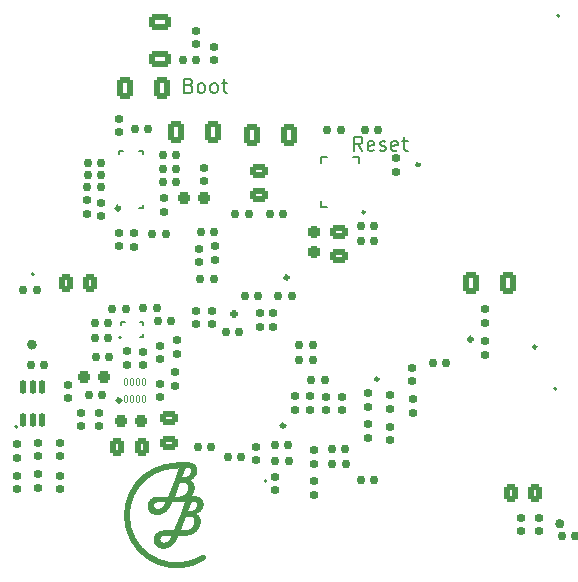
<source format=gto>
G04 #@! TF.GenerationSoftware,KiCad,Pcbnew,7.0.1*
G04 #@! TF.CreationDate,2023-10-11T20:36:53-05:00*
G04 #@! TF.ProjectId,Main_Board,4d61696e-5f42-46f6-9172-642e6b696361,1*
G04 #@! TF.SameCoordinates,Original*
G04 #@! TF.FileFunction,Legend,Top*
G04 #@! TF.FilePolarity,Positive*
%FSLAX46Y46*%
G04 Gerber Fmt 4.6, Leading zero omitted, Abs format (unit mm)*
G04 Created by KiCad (PCBNEW 7.0.1) date 2023-10-11 20:36:53*
%MOMM*%
%LPD*%
G01*
G04 APERTURE LIST*
G04 Aperture macros list*
%AMRoundRect*
0 Rectangle with rounded corners*
0 $1 Rounding radius*
0 $2 $3 $4 $5 $6 $7 $8 $9 X,Y pos of 4 corners*
0 Add a 4 corners polygon primitive as box body*
4,1,4,$2,$3,$4,$5,$6,$7,$8,$9,$2,$3,0*
0 Add four circle primitives for the rounded corners*
1,1,$1+$1,$2,$3*
1,1,$1+$1,$4,$5*
1,1,$1+$1,$6,$7*
1,1,$1+$1,$8,$9*
0 Add four rect primitives between the rounded corners*
20,1,$1+$1,$2,$3,$4,$5,0*
20,1,$1+$1,$4,$5,$6,$7,0*
20,1,$1+$1,$6,$7,$8,$9,0*
20,1,$1+$1,$8,$9,$2,$3,0*%
%AMRotRect*
0 Rectangle, with rotation*
0 The origin of the aperture is its center*
0 $1 length*
0 $2 width*
0 $3 Rotation angle, in degrees counterclockwise*
0 Add horizontal line*
21,1,$1,$2,0,0,$3*%
G04 Aperture macros list end*
%ADD10C,0.470000*%
%ADD11C,0.625000*%
%ADD12C,0.200000*%
%ADD13C,0.152400*%
%ADD14C,0.304800*%
%ADD15C,0.386625*%
%ADD16C,0.286825*%
%ADD17C,0.432099*%
%ADD18C,0.238803*%
%ADD19C,0.320185*%
%ADD20C,0.300000*%
%ADD21C,0.350000*%
%ADD22C,0.254000*%
%ADD23C,0.005000*%
%ADD24RoundRect,0.155000X0.212500X0.155000X-0.212500X0.155000X-0.212500X-0.155000X0.212500X-0.155000X0*%
%ADD25RoundRect,0.155000X-0.155000X0.212500X-0.155000X-0.212500X0.155000X-0.212500X0.155000X0.212500X0*%
%ADD26RoundRect,0.155000X0.259862X-0.040659X-0.040659X0.259862X-0.259862X0.040659X0.040659X-0.259862X0*%
%ADD27RoundRect,0.155000X-0.212500X-0.155000X0.212500X-0.155000X0.212500X0.155000X-0.212500X0.155000X0*%
%ADD28C,3.200000*%
%ADD29RoundRect,0.155000X0.155000X-0.212500X0.155000X0.212500X-0.155000X0.212500X-0.155000X-0.212500X0*%
%ADD30RoundRect,0.237500X0.237500X-0.300000X0.237500X0.300000X-0.237500X0.300000X-0.237500X-0.300000X0*%
%ADD31RoundRect,0.112500X0.112500X-0.487500X0.112500X0.487500X-0.112500X0.487500X-0.112500X-0.487500X0*%
%ADD32RoundRect,0.250000X-0.412500X-0.650000X0.412500X-0.650000X0.412500X0.650000X-0.412500X0.650000X0*%
%ADD33C,0.270000*%
%ADD34C,1.300000*%
%ADD35RoundRect,0.237500X-0.300000X-0.237500X0.300000X-0.237500X0.300000X0.237500X-0.300000X0.237500X0*%
%ADD36RoundRect,0.250000X0.650000X-0.412500X0.650000X0.412500X-0.650000X0.412500X-0.650000X-0.412500X0*%
%ADD37R,0.300000X0.650000*%
%ADD38RoundRect,0.250000X0.475000X-0.337500X0.475000X0.337500X-0.475000X0.337500X-0.475000X-0.337500X0*%
%ADD39RotRect,0.750000X0.700000X225.000000*%
%ADD40RoundRect,0.250000X0.337500X0.475000X-0.337500X0.475000X-0.337500X-0.475000X0.337500X-0.475000X0*%
%ADD41R,0.400000X0.400000*%
%ADD42R,0.650000X1.560000*%
%ADD43RoundRect,0.150000X-0.150000X-0.150000X0.150000X-0.150000X0.150000X0.150000X-0.150000X0.150000X0*%
%ADD44RoundRect,0.250000X-0.475000X0.337500X-0.475000X-0.337500X0.475000X-0.337500X0.475000X0.337500X0*%
%ADD45RoundRect,0.237500X0.300000X0.237500X-0.300000X0.237500X-0.300000X-0.237500X0.300000X-0.237500X0*%
%ADD46R,0.725000X0.250000*%
%ADD47R,0.775000X0.250000*%
%ADD48RoundRect,0.250000X0.412500X0.650000X-0.412500X0.650000X-0.412500X-0.650000X0.412500X-0.650000X0*%
%ADD49C,0.230000*%
%ADD50RoundRect,0.155000X0.040659X0.259862X-0.259862X-0.040659X-0.040659X-0.259862X0.259862X0.040659X0*%
%ADD51C,1.000000*%
%ADD52RoundRect,0.050000X0.100000X-0.285000X0.100000X0.285000X-0.100000X0.285000X-0.100000X-0.285000X0*%
%ADD53R,0.800000X0.300000*%
%ADD54R,0.300000X0.800000*%
%ADD55R,2.750000X2.650000*%
%ADD56C,2.000000*%
%ADD57R,0.900000X0.800000*%
%ADD58R,0.850000X0.200000*%
%ADD59R,0.200000X0.850000*%
%ADD60R,4.050000X4.050000*%
%ADD61RoundRect,0.250000X-0.337500X-0.475000X0.337500X-0.475000X0.337500X0.475000X-0.337500X0.475000X0*%
%ADD62R,0.400000X0.950000*%
%ADD63R,0.350000X2.300000*%
%ADD64R,1.300000X0.350000*%
%ADD65R,0.600000X0.700000*%
%ADD66C,1.200000*%
G04 APERTURE END LIST*
D10*
X200022807Y-58580622D02*
G75*
G03*
X202157521Y-66382486I-100507J-4220478D01*
G01*
D11*
G36*
X200881097Y-58297223D02*
G01*
X200929666Y-58299284D01*
X200976787Y-58302718D01*
X201022459Y-58307527D01*
X201066683Y-58313709D01*
X201109459Y-58321265D01*
X201150787Y-58330196D01*
X201190666Y-58340500D01*
X201229097Y-58352177D01*
X201266080Y-58365229D01*
X201301614Y-58379655D01*
X201335701Y-58395454D01*
X201368338Y-58412628D01*
X201399528Y-58431175D01*
X201429269Y-58451096D01*
X201457562Y-58472391D01*
X201484270Y-58494959D01*
X201509254Y-58518701D01*
X201532515Y-58543617D01*
X201554054Y-58569706D01*
X201573869Y-58596969D01*
X201591961Y-58625405D01*
X201608330Y-58655015D01*
X201622976Y-58685798D01*
X201635899Y-58717755D01*
X201647099Y-58750885D01*
X201656576Y-58785189D01*
X201664329Y-58820666D01*
X201670360Y-58857317D01*
X201674668Y-58895141D01*
X201677252Y-58934139D01*
X201678114Y-58974310D01*
X201677464Y-59009169D01*
X201675515Y-59043587D01*
X201672266Y-59077564D01*
X201667718Y-59111101D01*
X201661871Y-59144197D01*
X201654724Y-59176852D01*
X201646277Y-59209066D01*
X201636531Y-59240840D01*
X201625486Y-59272173D01*
X201613141Y-59303064D01*
X201599497Y-59333516D01*
X201584553Y-59363526D01*
X201568310Y-59393096D01*
X201550768Y-59422224D01*
X201531926Y-59450913D01*
X201511784Y-59479160D01*
X201490647Y-59506594D01*
X201468633Y-59533027D01*
X201445744Y-59558458D01*
X201421979Y-59582887D01*
X201397338Y-59606314D01*
X201371822Y-59628739D01*
X201345429Y-59650163D01*
X201318161Y-59670585D01*
X201290017Y-59690005D01*
X201260997Y-59708424D01*
X201231101Y-59725840D01*
X201200329Y-59742255D01*
X201168681Y-59757668D01*
X201136158Y-59772079D01*
X201102759Y-59785489D01*
X201068484Y-59797897D01*
X201114090Y-59822111D01*
X201156754Y-59848409D01*
X201196476Y-59876791D01*
X201233256Y-59907256D01*
X201267093Y-59939806D01*
X201297988Y-59974438D01*
X201325940Y-60011155D01*
X201350950Y-60049955D01*
X201373018Y-60090839D01*
X201392144Y-60133807D01*
X201408327Y-60178858D01*
X201421567Y-60225993D01*
X201431865Y-60275212D01*
X201439221Y-60326515D01*
X201443635Y-60379901D01*
X201445106Y-60435371D01*
X201444496Y-60471506D01*
X201442667Y-60507556D01*
X201439619Y-60543520D01*
X201435352Y-60579397D01*
X201429865Y-60615190D01*
X201423159Y-60650896D01*
X201415233Y-60686516D01*
X201406088Y-60722051D01*
X201395724Y-60757499D01*
X201384141Y-60792862D01*
X201371338Y-60828139D01*
X201357316Y-60863330D01*
X201342075Y-60898435D01*
X201325614Y-60933454D01*
X201307934Y-60968388D01*
X201289035Y-61003235D01*
X201269228Y-61037516D01*
X201248643Y-61070932D01*
X201227280Y-61103484D01*
X201205137Y-61135172D01*
X201182217Y-61165995D01*
X201158518Y-61195954D01*
X201134040Y-61225049D01*
X201108784Y-61253279D01*
X201082749Y-61280644D01*
X201055936Y-61307146D01*
X201028344Y-61332783D01*
X200999973Y-61357555D01*
X200970825Y-61381463D01*
X200940897Y-61404507D01*
X200910191Y-61426686D01*
X200878707Y-61448001D01*
X200834294Y-61475241D01*
X200787150Y-61500723D01*
X200737276Y-61524448D01*
X200684671Y-61546416D01*
X200629336Y-61566626D01*
X200600644Y-61576072D01*
X200571270Y-61585079D01*
X200541213Y-61593646D01*
X200510474Y-61601774D01*
X200479051Y-61609463D01*
X200446947Y-61616712D01*
X200414159Y-61623522D01*
X200380689Y-61629893D01*
X200346536Y-61635824D01*
X200311701Y-61641316D01*
X200276183Y-61646368D01*
X200239982Y-61650981D01*
X200203099Y-61655155D01*
X200165533Y-61658890D01*
X200127284Y-61662185D01*
X200088353Y-61665041D01*
X200048739Y-61667457D01*
X200008443Y-61669434D01*
X199967464Y-61670972D01*
X199925802Y-61672070D01*
X199883458Y-61672729D01*
X199840431Y-61672949D01*
X199537081Y-61672949D01*
X199512168Y-61730835D01*
X199494365Y-61770124D01*
X199477043Y-61807943D01*
X199460202Y-61844290D01*
X199443841Y-61879166D01*
X199427962Y-61912571D01*
X199412563Y-61944505D01*
X199397645Y-61974968D01*
X199383208Y-62003959D01*
X199369252Y-62031479D01*
X199355776Y-62057528D01*
X199336465Y-62093844D01*
X199318236Y-62126849D01*
X199301088Y-62156543D01*
X199285022Y-62182928D01*
X199269216Y-62207686D01*
X199252573Y-62232224D01*
X199235093Y-62256544D01*
X199216776Y-62280644D01*
X199197621Y-62304526D01*
X199177629Y-62328189D01*
X199156800Y-62351632D01*
X199135134Y-62374857D01*
X199112630Y-62397863D01*
X199089289Y-62420650D01*
X199073264Y-62435719D01*
X199029838Y-62473962D01*
X198985657Y-62509736D01*
X198940720Y-62543044D01*
X198895028Y-62573885D01*
X198848579Y-62602258D01*
X198801376Y-62628164D01*
X198753416Y-62651602D01*
X198704701Y-62672574D01*
X198655231Y-62691078D01*
X198605004Y-62707115D01*
X198554023Y-62720685D01*
X198502285Y-62731788D01*
X198449792Y-62740423D01*
X198396543Y-62746591D01*
X198342539Y-62750292D01*
X198287779Y-62751525D01*
X198243203Y-62750698D01*
X198199599Y-62748217D01*
X198156970Y-62744081D01*
X198115313Y-62738291D01*
X198074629Y-62730846D01*
X198034919Y-62721747D01*
X197996181Y-62710994D01*
X197958417Y-62698586D01*
X197921626Y-62684524D01*
X197885808Y-62668807D01*
X197850964Y-62651436D01*
X197817092Y-62632411D01*
X197784194Y-62611732D01*
X197752269Y-62589398D01*
X197721317Y-62565410D01*
X197691338Y-62539767D01*
X197662767Y-62512934D01*
X197636040Y-62485190D01*
X197611155Y-62456536D01*
X197588115Y-62426972D01*
X197566917Y-62396498D01*
X197547563Y-62365114D01*
X197530052Y-62332820D01*
X197514384Y-62299615D01*
X197500559Y-62265500D01*
X197488578Y-62230475D01*
X197478440Y-62194540D01*
X197470145Y-62157695D01*
X197463694Y-62119939D01*
X197459086Y-62081273D01*
X197456321Y-62041698D01*
X197455399Y-62001211D01*
X197456288Y-61962176D01*
X197456426Y-61960179D01*
X198020333Y-61960179D01*
X198022462Y-61995269D01*
X198028848Y-62028643D01*
X198039492Y-62060299D01*
X198054393Y-62090238D01*
X198073552Y-62118459D01*
X198096969Y-62144964D01*
X198107528Y-62155084D01*
X198130105Y-62173975D01*
X198160001Y-62194046D01*
X198191757Y-62210182D01*
X198225374Y-62222382D01*
X198260851Y-62230647D01*
X198290572Y-62234425D01*
X198321484Y-62235685D01*
X198356488Y-62234377D01*
X198391156Y-62230455D01*
X198425490Y-62223919D01*
X198459489Y-62214767D01*
X198493153Y-62203002D01*
X198526482Y-62188621D01*
X198559477Y-62171626D01*
X198592136Y-62152016D01*
X198624460Y-62129792D01*
X198656450Y-62104953D01*
X198677590Y-62086941D01*
X198708837Y-62058027D01*
X198739105Y-62027066D01*
X198758740Y-62005287D01*
X198777940Y-61982598D01*
X198796705Y-61958999D01*
X198815034Y-61934490D01*
X198832929Y-61909071D01*
X198850388Y-61882741D01*
X198867413Y-61855501D01*
X198884002Y-61827352D01*
X198900157Y-61798291D01*
X198915876Y-61768321D01*
X198931160Y-61737441D01*
X198946009Y-61705650D01*
X198960424Y-61672949D01*
X198424066Y-61672949D01*
X198375177Y-61674071D01*
X198329441Y-61677437D01*
X198286860Y-61683047D01*
X198247433Y-61690901D01*
X198211160Y-61700999D01*
X198178041Y-61713341D01*
X198148077Y-61727927D01*
X198121266Y-61744756D01*
X198097610Y-61763830D01*
X198077108Y-61785148D01*
X198052269Y-61821332D01*
X198039652Y-61848260D01*
X198030190Y-61877432D01*
X198023881Y-61908848D01*
X198020727Y-61942507D01*
X198020333Y-61960179D01*
X197456426Y-61960179D01*
X197458954Y-61923657D01*
X197463398Y-61885652D01*
X197469619Y-61848163D01*
X197477617Y-61811189D01*
X197487393Y-61774730D01*
X197498946Y-61738786D01*
X197512277Y-61703357D01*
X197527385Y-61668444D01*
X197544271Y-61634046D01*
X197556516Y-61611400D01*
X197576106Y-61578442D01*
X197596959Y-61546888D01*
X197619074Y-61516738D01*
X197642451Y-61487992D01*
X197667090Y-61460650D01*
X197692992Y-61434712D01*
X197720156Y-61410178D01*
X197748582Y-61387048D01*
X197778271Y-61365321D01*
X197809221Y-61344999D01*
X197830556Y-61332230D01*
X197859301Y-61316703D01*
X197889300Y-61302177D01*
X197920553Y-61288653D01*
X197953059Y-61276131D01*
X197986819Y-61264610D01*
X198021833Y-61254092D01*
X198058100Y-61244575D01*
X198095621Y-61236060D01*
X198134395Y-61228546D01*
X198174423Y-61222035D01*
X198215705Y-61216525D01*
X198258241Y-61212017D01*
X198302030Y-61208511D01*
X198347073Y-61206006D01*
X198393369Y-61204504D01*
X198440919Y-61204003D01*
X199159726Y-61204003D01*
X199739314Y-61204003D01*
X199906376Y-61204003D01*
X199960684Y-61203382D01*
X200013332Y-61201518D01*
X200064319Y-61198413D01*
X200113647Y-61194065D01*
X200161314Y-61188475D01*
X200207321Y-61181643D01*
X200251669Y-61173569D01*
X200294356Y-61164252D01*
X200335383Y-61153693D01*
X200374750Y-61141893D01*
X200412457Y-61128849D01*
X200448504Y-61114564D01*
X200482890Y-61099037D01*
X200515617Y-61082267D01*
X200546684Y-61064255D01*
X200576090Y-61045001D01*
X200603084Y-61025384D01*
X200629113Y-61004454D01*
X200654175Y-60982211D01*
X200678271Y-60958653D01*
X200701402Y-60933782D01*
X200723566Y-60907597D01*
X200744764Y-60880098D01*
X200764997Y-60851286D01*
X200784263Y-60821159D01*
X200802563Y-60789719D01*
X200814227Y-60768029D01*
X200830595Y-60735037D01*
X200845353Y-60702006D01*
X200858502Y-60668937D01*
X200870040Y-60635829D01*
X200879968Y-60602682D01*
X200888287Y-60569497D01*
X200894995Y-60536273D01*
X200900093Y-60503011D01*
X200903582Y-60469709D01*
X200905460Y-60436369D01*
X200905818Y-60414121D01*
X200904755Y-60375655D01*
X200901567Y-60339392D01*
X200896254Y-60305331D01*
X200888816Y-60273472D01*
X200879253Y-60243816D01*
X200867564Y-60216362D01*
X200848674Y-60183183D01*
X200826005Y-60153920D01*
X200799558Y-60128572D01*
X200784918Y-60117366D01*
X200752082Y-60097274D01*
X200723789Y-60083962D01*
X200692353Y-60072158D01*
X200657775Y-60061860D01*
X200620054Y-60053069D01*
X200579190Y-60045786D01*
X200535183Y-60040009D01*
X200504099Y-60036995D01*
X200471619Y-60034651D01*
X200437742Y-60032977D01*
X200402468Y-60031972D01*
X200365797Y-60031637D01*
X200194338Y-60031637D01*
X199739314Y-61204003D01*
X199159726Y-61204003D01*
X199821690Y-59545105D01*
X200394373Y-59545105D01*
X200518204Y-59542907D01*
X200553656Y-59542381D01*
X200588020Y-59540801D01*
X200621296Y-59538167D01*
X200653484Y-59534481D01*
X200684585Y-59529741D01*
X200714599Y-59523948D01*
X200743524Y-59517101D01*
X200784873Y-59504857D01*
X200823775Y-59490242D01*
X200860230Y-59473258D01*
X200894237Y-59453904D01*
X200925798Y-59432179D01*
X200954911Y-59408085D01*
X200978767Y-59384872D01*
X201001336Y-59359656D01*
X201022616Y-59332437D01*
X201042609Y-59303213D01*
X201061314Y-59271986D01*
X201075350Y-59245562D01*
X201085336Y-59224903D01*
X201097701Y-59197128D01*
X201110839Y-59163118D01*
X201121400Y-59129894D01*
X201129386Y-59097458D01*
X201134796Y-59065809D01*
X201137629Y-59034947D01*
X201138093Y-59016808D01*
X201136773Y-58985540D01*
X201132812Y-58956306D01*
X201123424Y-58920494D01*
X201109342Y-58888300D01*
X201090566Y-58859724D01*
X201067095Y-58834765D01*
X201038931Y-58813424D01*
X201006073Y-58795701D01*
X200987883Y-58788197D01*
X200955781Y-58779346D01*
X200925338Y-58774355D01*
X200888634Y-58770473D01*
X200854762Y-58768166D01*
X200816884Y-58766569D01*
X200785845Y-58765837D01*
X200752552Y-58765504D01*
X200740954Y-58765482D01*
X200709447Y-58765482D01*
X200394373Y-59545105D01*
X199821690Y-59545105D01*
X200132789Y-58765482D01*
X199899782Y-58765482D01*
X199844094Y-58765482D01*
X199802846Y-58763827D01*
X199765655Y-58758862D01*
X199732521Y-58750586D01*
X199703445Y-58739001D01*
X199670987Y-58718404D01*
X199645742Y-58691923D01*
X199627710Y-58659557D01*
X199618920Y-58631421D01*
X199614186Y-58599974D01*
X199613285Y-58577171D01*
X199615592Y-58541200D01*
X199622515Y-58507018D01*
X199634054Y-58474625D01*
X199650207Y-58444020D01*
X199670976Y-58415205D01*
X199690915Y-58393441D01*
X199707807Y-58377869D01*
X199732261Y-58358806D01*
X199757999Y-58342286D01*
X199785018Y-58328307D01*
X199813320Y-58316869D01*
X199842903Y-58307973D01*
X199873770Y-58301619D01*
X199905918Y-58297807D01*
X199939349Y-58296536D01*
X199994304Y-58296536D01*
X200831080Y-58296536D01*
X200881097Y-58297223D01*
G37*
D12*
X200952636Y-26389458D02*
X201124064Y-26446601D01*
X201124064Y-26446601D02*
X201181207Y-26503744D01*
X201181207Y-26503744D02*
X201238350Y-26618029D01*
X201238350Y-26618029D02*
X201238350Y-26789458D01*
X201238350Y-26789458D02*
X201181207Y-26903744D01*
X201181207Y-26903744D02*
X201124064Y-26960887D01*
X201124064Y-26960887D02*
X201009779Y-27018029D01*
X201009779Y-27018029D02*
X200552636Y-27018029D01*
X200552636Y-27018029D02*
X200552636Y-25818029D01*
X200552636Y-25818029D02*
X200952636Y-25818029D01*
X200952636Y-25818029D02*
X201066922Y-25875172D01*
X201066922Y-25875172D02*
X201124064Y-25932315D01*
X201124064Y-25932315D02*
X201181207Y-26046601D01*
X201181207Y-26046601D02*
X201181207Y-26160887D01*
X201181207Y-26160887D02*
X201124064Y-26275172D01*
X201124064Y-26275172D02*
X201066922Y-26332315D01*
X201066922Y-26332315D02*
X200952636Y-26389458D01*
X200952636Y-26389458D02*
X200552636Y-26389458D01*
X201924064Y-27018029D02*
X201809779Y-26960887D01*
X201809779Y-26960887D02*
X201752636Y-26903744D01*
X201752636Y-26903744D02*
X201695493Y-26789458D01*
X201695493Y-26789458D02*
X201695493Y-26446601D01*
X201695493Y-26446601D02*
X201752636Y-26332315D01*
X201752636Y-26332315D02*
X201809779Y-26275172D01*
X201809779Y-26275172D02*
X201924064Y-26218029D01*
X201924064Y-26218029D02*
X202095493Y-26218029D01*
X202095493Y-26218029D02*
X202209779Y-26275172D01*
X202209779Y-26275172D02*
X202266922Y-26332315D01*
X202266922Y-26332315D02*
X202324064Y-26446601D01*
X202324064Y-26446601D02*
X202324064Y-26789458D01*
X202324064Y-26789458D02*
X202266922Y-26903744D01*
X202266922Y-26903744D02*
X202209779Y-26960887D01*
X202209779Y-26960887D02*
X202095493Y-27018029D01*
X202095493Y-27018029D02*
X201924064Y-27018029D01*
X203009778Y-27018029D02*
X202895493Y-26960887D01*
X202895493Y-26960887D02*
X202838350Y-26903744D01*
X202838350Y-26903744D02*
X202781207Y-26789458D01*
X202781207Y-26789458D02*
X202781207Y-26446601D01*
X202781207Y-26446601D02*
X202838350Y-26332315D01*
X202838350Y-26332315D02*
X202895493Y-26275172D01*
X202895493Y-26275172D02*
X203009778Y-26218029D01*
X203009778Y-26218029D02*
X203181207Y-26218029D01*
X203181207Y-26218029D02*
X203295493Y-26275172D01*
X203295493Y-26275172D02*
X203352636Y-26332315D01*
X203352636Y-26332315D02*
X203409778Y-26446601D01*
X203409778Y-26446601D02*
X203409778Y-26789458D01*
X203409778Y-26789458D02*
X203352636Y-26903744D01*
X203352636Y-26903744D02*
X203295493Y-26960887D01*
X203295493Y-26960887D02*
X203181207Y-27018029D01*
X203181207Y-27018029D02*
X203009778Y-27018029D01*
X203752635Y-26218029D02*
X204209778Y-26218029D01*
X203924064Y-25818029D02*
X203924064Y-26846601D01*
X203924064Y-26846601D02*
X203981207Y-26960887D01*
X203981207Y-26960887D02*
X204095492Y-27018029D01*
X204095492Y-27018029D02*
X204209778Y-27018029D01*
X215638350Y-31920229D02*
X215238350Y-31348801D01*
X214952636Y-31920229D02*
X214952636Y-30720229D01*
X214952636Y-30720229D02*
X215409779Y-30720229D01*
X215409779Y-30720229D02*
X215524064Y-30777372D01*
X215524064Y-30777372D02*
X215581207Y-30834515D01*
X215581207Y-30834515D02*
X215638350Y-30948801D01*
X215638350Y-30948801D02*
X215638350Y-31120229D01*
X215638350Y-31120229D02*
X215581207Y-31234515D01*
X215581207Y-31234515D02*
X215524064Y-31291658D01*
X215524064Y-31291658D02*
X215409779Y-31348801D01*
X215409779Y-31348801D02*
X214952636Y-31348801D01*
X216609779Y-31863087D02*
X216495493Y-31920229D01*
X216495493Y-31920229D02*
X216266922Y-31920229D01*
X216266922Y-31920229D02*
X216152636Y-31863087D01*
X216152636Y-31863087D02*
X216095493Y-31748801D01*
X216095493Y-31748801D02*
X216095493Y-31291658D01*
X216095493Y-31291658D02*
X216152636Y-31177372D01*
X216152636Y-31177372D02*
X216266922Y-31120229D01*
X216266922Y-31120229D02*
X216495493Y-31120229D01*
X216495493Y-31120229D02*
X216609779Y-31177372D01*
X216609779Y-31177372D02*
X216666922Y-31291658D01*
X216666922Y-31291658D02*
X216666922Y-31405944D01*
X216666922Y-31405944D02*
X216095493Y-31520229D01*
X217124064Y-31863087D02*
X217238350Y-31920229D01*
X217238350Y-31920229D02*
X217466921Y-31920229D01*
X217466921Y-31920229D02*
X217581207Y-31863087D01*
X217581207Y-31863087D02*
X217638350Y-31748801D01*
X217638350Y-31748801D02*
X217638350Y-31691658D01*
X217638350Y-31691658D02*
X217581207Y-31577372D01*
X217581207Y-31577372D02*
X217466921Y-31520229D01*
X217466921Y-31520229D02*
X217295493Y-31520229D01*
X217295493Y-31520229D02*
X217181207Y-31463087D01*
X217181207Y-31463087D02*
X217124064Y-31348801D01*
X217124064Y-31348801D02*
X217124064Y-31291658D01*
X217124064Y-31291658D02*
X217181207Y-31177372D01*
X217181207Y-31177372D02*
X217295493Y-31120229D01*
X217295493Y-31120229D02*
X217466921Y-31120229D01*
X217466921Y-31120229D02*
X217581207Y-31177372D01*
X218609779Y-31863087D02*
X218495493Y-31920229D01*
X218495493Y-31920229D02*
X218266922Y-31920229D01*
X218266922Y-31920229D02*
X218152636Y-31863087D01*
X218152636Y-31863087D02*
X218095493Y-31748801D01*
X218095493Y-31748801D02*
X218095493Y-31291658D01*
X218095493Y-31291658D02*
X218152636Y-31177372D01*
X218152636Y-31177372D02*
X218266922Y-31120229D01*
X218266922Y-31120229D02*
X218495493Y-31120229D01*
X218495493Y-31120229D02*
X218609779Y-31177372D01*
X218609779Y-31177372D02*
X218666922Y-31291658D01*
X218666922Y-31291658D02*
X218666922Y-31405944D01*
X218666922Y-31405944D02*
X218095493Y-31520229D01*
X219009778Y-31120229D02*
X219466921Y-31120229D01*
X219181207Y-30720229D02*
X219181207Y-31748801D01*
X219181207Y-31748801D02*
X219238350Y-31863087D01*
X219238350Y-31863087D02*
X219352635Y-31920229D01*
X219352635Y-31920229D02*
X219466921Y-31920229D01*
D11*
G36*
X201401234Y-61154497D02*
G01*
X201449803Y-61156558D01*
X201496924Y-61159992D01*
X201542596Y-61164801D01*
X201586820Y-61170983D01*
X201629596Y-61178539D01*
X201670924Y-61187470D01*
X201710803Y-61197774D01*
X201749234Y-61209451D01*
X201786217Y-61222503D01*
X201821751Y-61236929D01*
X201855838Y-61252728D01*
X201888475Y-61269902D01*
X201919665Y-61288449D01*
X201949406Y-61308370D01*
X201977699Y-61329665D01*
X202004407Y-61352233D01*
X202029391Y-61375975D01*
X202052652Y-61400891D01*
X202074191Y-61426980D01*
X202094006Y-61454243D01*
X202112098Y-61482679D01*
X202128467Y-61512289D01*
X202143113Y-61543072D01*
X202156036Y-61575029D01*
X202167236Y-61608159D01*
X202176713Y-61642463D01*
X202184466Y-61677940D01*
X202190497Y-61714591D01*
X202194805Y-61752415D01*
X202197389Y-61791413D01*
X202198251Y-61831584D01*
X202197601Y-61866443D01*
X202195652Y-61900861D01*
X202192403Y-61934838D01*
X202187855Y-61968375D01*
X202182008Y-62001471D01*
X202174861Y-62034126D01*
X202166414Y-62066340D01*
X202156668Y-62098114D01*
X202145623Y-62129447D01*
X202133278Y-62160338D01*
X202119634Y-62190790D01*
X202104690Y-62220800D01*
X202088447Y-62250370D01*
X202070905Y-62279498D01*
X202052063Y-62308187D01*
X202031921Y-62336434D01*
X202010784Y-62363868D01*
X201988770Y-62390301D01*
X201965881Y-62415732D01*
X201942116Y-62440161D01*
X201917475Y-62463588D01*
X201891959Y-62486013D01*
X201865566Y-62507437D01*
X201838298Y-62527859D01*
X201810154Y-62547279D01*
X201781134Y-62565698D01*
X201751238Y-62583114D01*
X201720466Y-62599529D01*
X201688818Y-62614942D01*
X201656295Y-62629353D01*
X201622896Y-62642763D01*
X201588621Y-62655171D01*
X201634227Y-62679385D01*
X201676891Y-62705683D01*
X201716613Y-62734065D01*
X201753393Y-62764530D01*
X201787230Y-62797080D01*
X201818125Y-62831712D01*
X201846077Y-62868429D01*
X201871087Y-62907229D01*
X201893155Y-62948113D01*
X201912281Y-62991081D01*
X201928464Y-63036132D01*
X201941704Y-63083267D01*
X201952002Y-63132486D01*
X201959358Y-63183789D01*
X201963772Y-63237175D01*
X201965243Y-63292645D01*
X201964633Y-63328780D01*
X201962804Y-63364830D01*
X201959756Y-63400794D01*
X201955489Y-63436671D01*
X201950002Y-63472464D01*
X201943296Y-63508170D01*
X201935370Y-63543790D01*
X201926225Y-63579325D01*
X201915861Y-63614773D01*
X201904278Y-63650136D01*
X201891475Y-63685413D01*
X201877453Y-63720604D01*
X201862212Y-63755709D01*
X201845751Y-63790728D01*
X201828071Y-63825662D01*
X201809172Y-63860509D01*
X201789365Y-63894790D01*
X201768780Y-63928206D01*
X201747417Y-63960758D01*
X201725274Y-63992446D01*
X201702354Y-64023269D01*
X201678655Y-64053228D01*
X201654177Y-64082323D01*
X201628921Y-64110553D01*
X201602886Y-64137918D01*
X201576073Y-64164420D01*
X201548481Y-64190057D01*
X201520110Y-64214829D01*
X201490962Y-64238737D01*
X201461034Y-64261781D01*
X201430328Y-64283960D01*
X201398844Y-64305275D01*
X201354431Y-64332515D01*
X201307287Y-64357997D01*
X201257413Y-64381722D01*
X201204808Y-64403690D01*
X201149473Y-64423900D01*
X201120781Y-64433346D01*
X201091407Y-64442353D01*
X201061350Y-64450920D01*
X201030611Y-64459048D01*
X200999188Y-64466737D01*
X200967084Y-64473986D01*
X200934296Y-64480796D01*
X200900826Y-64487167D01*
X200866673Y-64493098D01*
X200831838Y-64498590D01*
X200796320Y-64503642D01*
X200760119Y-64508255D01*
X200723236Y-64512429D01*
X200685670Y-64516164D01*
X200647421Y-64519459D01*
X200608490Y-64522315D01*
X200568876Y-64524731D01*
X200528580Y-64526708D01*
X200487601Y-64528246D01*
X200445939Y-64529344D01*
X200403595Y-64530003D01*
X200360568Y-64530223D01*
X200057218Y-64530223D01*
X200032305Y-64588109D01*
X200014502Y-64627398D01*
X199997180Y-64665217D01*
X199980339Y-64701564D01*
X199963978Y-64736440D01*
X199948099Y-64769845D01*
X199932700Y-64801779D01*
X199917782Y-64832242D01*
X199903345Y-64861233D01*
X199889389Y-64888753D01*
X199875913Y-64914802D01*
X199856602Y-64951118D01*
X199838373Y-64984123D01*
X199821225Y-65013817D01*
X199805159Y-65040202D01*
X199789353Y-65064960D01*
X199772710Y-65089498D01*
X199755230Y-65113818D01*
X199736913Y-65137918D01*
X199717758Y-65161800D01*
X199697766Y-65185463D01*
X199676937Y-65208906D01*
X199655271Y-65232131D01*
X199632767Y-65255137D01*
X199609426Y-65277924D01*
X199593401Y-65292993D01*
X199549975Y-65331236D01*
X199505794Y-65367010D01*
X199460857Y-65400318D01*
X199415165Y-65431159D01*
X199368716Y-65459532D01*
X199321513Y-65485438D01*
X199273553Y-65508876D01*
X199224838Y-65529848D01*
X199175368Y-65548352D01*
X199125141Y-65564389D01*
X199074160Y-65577959D01*
X199022422Y-65589062D01*
X198969929Y-65597697D01*
X198916680Y-65603865D01*
X198862676Y-65607566D01*
X198807916Y-65608799D01*
X198763340Y-65607972D01*
X198719736Y-65605491D01*
X198677107Y-65601355D01*
X198635450Y-65595565D01*
X198594766Y-65588120D01*
X198555056Y-65579021D01*
X198516318Y-65568268D01*
X198478554Y-65555860D01*
X198441763Y-65541798D01*
X198405945Y-65526081D01*
X198371101Y-65508710D01*
X198337229Y-65489685D01*
X198304331Y-65469006D01*
X198272406Y-65446672D01*
X198241454Y-65422684D01*
X198211475Y-65397041D01*
X198182904Y-65370208D01*
X198156177Y-65342464D01*
X198131292Y-65313810D01*
X198108252Y-65284246D01*
X198087054Y-65253772D01*
X198067700Y-65222388D01*
X198050189Y-65190094D01*
X198034521Y-65156889D01*
X198020696Y-65122774D01*
X198008715Y-65087749D01*
X197998577Y-65051814D01*
X197990282Y-65014969D01*
X197983831Y-64977213D01*
X197979223Y-64938547D01*
X197976458Y-64898972D01*
X197975536Y-64858485D01*
X197976425Y-64819450D01*
X197976563Y-64817453D01*
X198540470Y-64817453D01*
X198542599Y-64852543D01*
X198548985Y-64885917D01*
X198559629Y-64917573D01*
X198574530Y-64947512D01*
X198593689Y-64975733D01*
X198617106Y-65002238D01*
X198627665Y-65012358D01*
X198650242Y-65031249D01*
X198680138Y-65051320D01*
X198711894Y-65067456D01*
X198745511Y-65079656D01*
X198780988Y-65087921D01*
X198810709Y-65091699D01*
X198841621Y-65092959D01*
X198876625Y-65091651D01*
X198911293Y-65087729D01*
X198945627Y-65081193D01*
X198979626Y-65072041D01*
X199013290Y-65060276D01*
X199046619Y-65045895D01*
X199079614Y-65028900D01*
X199112273Y-65009290D01*
X199144597Y-64987066D01*
X199176587Y-64962227D01*
X199197727Y-64944215D01*
X199228974Y-64915301D01*
X199259242Y-64884340D01*
X199278877Y-64862561D01*
X199298077Y-64839872D01*
X199316842Y-64816273D01*
X199335171Y-64791764D01*
X199353066Y-64766345D01*
X199370525Y-64740015D01*
X199387550Y-64712775D01*
X199404139Y-64684626D01*
X199420294Y-64655565D01*
X199436013Y-64625595D01*
X199451297Y-64594715D01*
X199466146Y-64562924D01*
X199480561Y-64530223D01*
X198944203Y-64530223D01*
X198895314Y-64531345D01*
X198849578Y-64534711D01*
X198806997Y-64540321D01*
X198767570Y-64548175D01*
X198731297Y-64558273D01*
X198698178Y-64570615D01*
X198668214Y-64585201D01*
X198641403Y-64602030D01*
X198617747Y-64621104D01*
X198597245Y-64642422D01*
X198572406Y-64678606D01*
X198559789Y-64705534D01*
X198550327Y-64734706D01*
X198544018Y-64766122D01*
X198540864Y-64799781D01*
X198540470Y-64817453D01*
X197976563Y-64817453D01*
X197979091Y-64780931D01*
X197983535Y-64742926D01*
X197989756Y-64705437D01*
X197997754Y-64668463D01*
X198007530Y-64632004D01*
X198019083Y-64596060D01*
X198032414Y-64560631D01*
X198047522Y-64525718D01*
X198064408Y-64491320D01*
X198076653Y-64468674D01*
X198096243Y-64435716D01*
X198117096Y-64404162D01*
X198139211Y-64374012D01*
X198162588Y-64345266D01*
X198187227Y-64317924D01*
X198213129Y-64291986D01*
X198240293Y-64267452D01*
X198268719Y-64244322D01*
X198298408Y-64222595D01*
X198329358Y-64202273D01*
X198350693Y-64189504D01*
X198379438Y-64173977D01*
X198409437Y-64159451D01*
X198440690Y-64145927D01*
X198473196Y-64133405D01*
X198506956Y-64121884D01*
X198541970Y-64111366D01*
X198578237Y-64101849D01*
X198615758Y-64093334D01*
X198654532Y-64085820D01*
X198694560Y-64079309D01*
X198735842Y-64073799D01*
X198778378Y-64069291D01*
X198822167Y-64065785D01*
X198867210Y-64063280D01*
X198913506Y-64061778D01*
X198961056Y-64061277D01*
X199679863Y-64061277D01*
X200259451Y-64061277D01*
X200426513Y-64061277D01*
X200480821Y-64060656D01*
X200533469Y-64058792D01*
X200584456Y-64055687D01*
X200633784Y-64051339D01*
X200681451Y-64045749D01*
X200727458Y-64038917D01*
X200771806Y-64030843D01*
X200814493Y-64021526D01*
X200855520Y-64010967D01*
X200894887Y-63999167D01*
X200932594Y-63986123D01*
X200968641Y-63971838D01*
X201003027Y-63956311D01*
X201035754Y-63939541D01*
X201066821Y-63921529D01*
X201096227Y-63902275D01*
X201123221Y-63882658D01*
X201149250Y-63861728D01*
X201174312Y-63839485D01*
X201198408Y-63815927D01*
X201221539Y-63791056D01*
X201243703Y-63764871D01*
X201264901Y-63737372D01*
X201285134Y-63708560D01*
X201304400Y-63678433D01*
X201322700Y-63646993D01*
X201334364Y-63625303D01*
X201350732Y-63592311D01*
X201365490Y-63559280D01*
X201378639Y-63526211D01*
X201390177Y-63493103D01*
X201400105Y-63459956D01*
X201408424Y-63426771D01*
X201415132Y-63393547D01*
X201420230Y-63360285D01*
X201423719Y-63326983D01*
X201425597Y-63293643D01*
X201425955Y-63271395D01*
X201424892Y-63232929D01*
X201421704Y-63196666D01*
X201416391Y-63162605D01*
X201408953Y-63130746D01*
X201399390Y-63101090D01*
X201387701Y-63073636D01*
X201368811Y-63040457D01*
X201346142Y-63011194D01*
X201319695Y-62985846D01*
X201305055Y-62974640D01*
X201272219Y-62954548D01*
X201243926Y-62941236D01*
X201212490Y-62929432D01*
X201177912Y-62919134D01*
X201140191Y-62910343D01*
X201099327Y-62903060D01*
X201055320Y-62897283D01*
X201024236Y-62894269D01*
X200991756Y-62891925D01*
X200957879Y-62890251D01*
X200922605Y-62889246D01*
X200885934Y-62888911D01*
X200714475Y-62888911D01*
X200259451Y-64061277D01*
X199679863Y-64061277D01*
X200341827Y-62402379D01*
X200914510Y-62402379D01*
X201038341Y-62400181D01*
X201073793Y-62399655D01*
X201108157Y-62398075D01*
X201141433Y-62395441D01*
X201173621Y-62391755D01*
X201204722Y-62387015D01*
X201234736Y-62381222D01*
X201263661Y-62374375D01*
X201305010Y-62362131D01*
X201343912Y-62347516D01*
X201380367Y-62330532D01*
X201414374Y-62311178D01*
X201445935Y-62289453D01*
X201475048Y-62265359D01*
X201498904Y-62242146D01*
X201521473Y-62216930D01*
X201542753Y-62189711D01*
X201562746Y-62160487D01*
X201581451Y-62129260D01*
X201595487Y-62102836D01*
X201605473Y-62082177D01*
X201617838Y-62054402D01*
X201630976Y-62020392D01*
X201641537Y-61987168D01*
X201649523Y-61954732D01*
X201654933Y-61923083D01*
X201657766Y-61892221D01*
X201658230Y-61874082D01*
X201656910Y-61842814D01*
X201652949Y-61813580D01*
X201643561Y-61777768D01*
X201629479Y-61745574D01*
X201610703Y-61716998D01*
X201587232Y-61692039D01*
X201559068Y-61670698D01*
X201526210Y-61652975D01*
X201508020Y-61645471D01*
X201475918Y-61636620D01*
X201445475Y-61631629D01*
X201408771Y-61627747D01*
X201374899Y-61625440D01*
X201337021Y-61623843D01*
X201305982Y-61623111D01*
X201272689Y-61622778D01*
X201261091Y-61622756D01*
X201229584Y-61622756D01*
X200914510Y-62402379D01*
X200341827Y-62402379D01*
X200652926Y-61622756D01*
X200419919Y-61622756D01*
X200364231Y-61622756D01*
X200322983Y-61621101D01*
X200285792Y-61616136D01*
X200252658Y-61607860D01*
X200223582Y-61596275D01*
X200191124Y-61575678D01*
X200165879Y-61549197D01*
X200147847Y-61516831D01*
X200139057Y-61488695D01*
X200134323Y-61457248D01*
X200133422Y-61434445D01*
X200135729Y-61398474D01*
X200142652Y-61364292D01*
X200154191Y-61331899D01*
X200170344Y-61301294D01*
X200191113Y-61272479D01*
X200211052Y-61250715D01*
X200227944Y-61235143D01*
X200252398Y-61216080D01*
X200278136Y-61199560D01*
X200305155Y-61185581D01*
X200333457Y-61174143D01*
X200363040Y-61165247D01*
X200393907Y-61158893D01*
X200426055Y-61155081D01*
X200459486Y-61153810D01*
X200514441Y-61153810D01*
X201351217Y-61153810D01*
X201401234Y-61154497D01*
G37*
D12*
X186426822Y-55283787D02*
G75*
G03*
X186426822Y-55283787I-100000J0D01*
G01*
D13*
X196751822Y-36802987D02*
X197056622Y-36802987D01*
X197055822Y-36799587D02*
X197055822Y-36494787D01*
X197056822Y-32210187D02*
X197056822Y-31905387D01*
X195040822Y-31910987D02*
X195040822Y-32215787D01*
X195344822Y-31907587D02*
X195040022Y-31907587D01*
X197053422Y-31906187D02*
X196748622Y-31906187D01*
D14*
X195098222Y-36767787D02*
G75*
G03*
X195098222Y-36767787I-152400J0D01*
G01*
D12*
X232086822Y-52063787D02*
G75*
G03*
X232086822Y-52063787I-100000J0D01*
G01*
D15*
X232551134Y-63501287D02*
G75*
G03*
X232551134Y-63501287I-193312J0D01*
G01*
D12*
X207558946Y-59887506D02*
G75*
G03*
X207558946Y-59887506I-100000J0D01*
G01*
D16*
X217004234Y-51261987D02*
G75*
G03*
X217004234Y-51261987I-143412J0D01*
G01*
D17*
X187877572Y-48331787D02*
G75*
G03*
X187877572Y-48331787I-216049J0D01*
G01*
D18*
X230359723Y-48520187D02*
G75*
G03*
X230359723Y-48520187I-119401J0D01*
G01*
D13*
X197088822Y-47728287D02*
X196813822Y-47728287D01*
X197088822Y-47453287D02*
X197088822Y-47728287D01*
X195242822Y-46707787D02*
X195242822Y-46432787D01*
X195242822Y-46432787D02*
X195517822Y-46432787D01*
X196812322Y-46432287D02*
X197087322Y-46432287D01*
X197087322Y-46432287D02*
X197087322Y-46707287D01*
D12*
X195216822Y-47731287D02*
G75*
G03*
X195216822Y-47731287I-100000J0D01*
G01*
D19*
X195176729Y-53043787D02*
G75*
G03*
X195176729Y-53043787I-160092J0D01*
G01*
D20*
X209368822Y-42647787D02*
G75*
G03*
X209368822Y-42647787I-150000J0D01*
G01*
D21*
X224969822Y-47884587D02*
G75*
G03*
X224969822Y-47884587I-175000J0D01*
G01*
D12*
X232336822Y-20473787D02*
G75*
G03*
X232336822Y-20473787I-100000J0D01*
G01*
D20*
X209068822Y-55205787D02*
G75*
G03*
X209068822Y-55205787I-150000J0D01*
G01*
D13*
X215347822Y-32964387D02*
X215347822Y-32464387D01*
X215347822Y-32464387D02*
X214847822Y-32464387D01*
X212647822Y-36664387D02*
X212147822Y-36664387D01*
X212647822Y-32464387D02*
X212147822Y-32464387D01*
X212147822Y-36664387D02*
X212147822Y-36164387D01*
X212147822Y-32464387D02*
X212147822Y-32964387D01*
D22*
X215847822Y-37114387D02*
G75*
G03*
X215847822Y-37114387I-100000J0D01*
G01*
D20*
X220446822Y-33088787D02*
G75*
G03*
X220446822Y-33088787I-100000J0D01*
G01*
D12*
X187833622Y-42368387D02*
G75*
G03*
X187833622Y-42368387I-100000J0D01*
G01*
%LPC*%
D23*
X195641467Y-47405932D02*
X195491467Y-47405932D01*
X196041467Y-47405932D02*
X195891467Y-47405932D01*
X196441467Y-47405932D02*
X196291467Y-47405932D01*
X196841467Y-47405932D02*
X196691467Y-47405932D01*
X196241467Y-47356287D02*
X196241467Y-47206287D01*
X195441467Y-47355932D02*
X195441467Y-47205932D01*
X195841467Y-47355932D02*
X195841467Y-47205932D01*
X196641467Y-47355932D02*
X196641467Y-47205932D01*
X195691467Y-47205932D02*
X195691467Y-47355932D01*
X196091467Y-47205932D02*
X196091467Y-47355932D01*
X196491467Y-47205932D02*
X196491467Y-47355932D01*
X196891467Y-47205932D02*
X196891467Y-47355932D01*
X195491467Y-47155932D02*
X195641467Y-47155932D01*
X195891467Y-47155932D02*
X196041467Y-47155932D01*
X196291467Y-47155932D02*
X196441467Y-47155932D01*
X196691467Y-47155932D02*
X196841467Y-47155932D01*
X195641822Y-47006287D02*
X195491822Y-47006287D01*
X196041822Y-47006287D02*
X195891822Y-47006287D01*
X196441822Y-47006287D02*
X196291822Y-47006287D01*
X196841822Y-47006287D02*
X196691822Y-47006287D01*
X195441822Y-46956287D02*
X195441822Y-46806287D01*
X195841822Y-46956287D02*
X195841822Y-46806287D01*
X196241822Y-46956287D02*
X196241822Y-46806287D01*
X196641822Y-46956287D02*
X196641822Y-46806287D01*
X195691822Y-46806287D02*
X195691822Y-46956287D01*
X196091822Y-46806287D02*
X196091822Y-46956287D01*
X196491822Y-46806287D02*
X196491822Y-46956287D01*
X196891822Y-46806287D02*
X196891822Y-46956287D01*
X195491822Y-46756287D02*
X195641822Y-46756287D01*
X195891822Y-46756287D02*
X196041822Y-46756287D01*
X196291822Y-46756287D02*
X196441822Y-46756287D01*
X196691822Y-46756287D02*
X196841822Y-46756287D01*
X195441467Y-47355932D02*
G75*
G03*
X195491467Y-47405932I50001J1D01*
G01*
X195841467Y-47355932D02*
G75*
G03*
X195891467Y-47405932I50001J1D01*
G01*
X196241467Y-47355932D02*
G75*
G03*
X196291467Y-47405932I50001J1D01*
G01*
X196641467Y-47355932D02*
G75*
G03*
X196691467Y-47405932I50001J1D01*
G01*
X195641467Y-47405932D02*
G75*
G03*
X195691467Y-47355932I-1J50001D01*
G01*
X196041467Y-47405932D02*
G75*
G03*
X196091467Y-47355932I-1J50001D01*
G01*
X196441467Y-47405932D02*
G75*
G03*
X196491467Y-47355932I-1J50001D01*
G01*
X196841467Y-47405932D02*
G75*
G03*
X196891467Y-47355932I-1J50001D01*
G01*
X195491467Y-47155932D02*
G75*
G03*
X195441467Y-47205932I5J-50005D01*
G01*
X195891467Y-47155932D02*
G75*
G03*
X195841467Y-47205932I5J-50005D01*
G01*
X196291467Y-47155932D02*
G75*
G03*
X196241467Y-47205932I5J-50005D01*
G01*
X196691467Y-47155932D02*
G75*
G03*
X196641467Y-47205932I5J-50005D01*
G01*
X195691467Y-47205932D02*
G75*
G03*
X195641467Y-47155932I-50005J-5D01*
G01*
X196091467Y-47205932D02*
G75*
G03*
X196041467Y-47155932I-50005J-5D01*
G01*
X196491467Y-47205932D02*
G75*
G03*
X196441467Y-47155932I-50005J-5D01*
G01*
X196891467Y-47205932D02*
G75*
G03*
X196841467Y-47155932I-50005J-5D01*
G01*
X195441822Y-46956287D02*
G75*
G03*
X195491822Y-47006287I50000J0D01*
G01*
X195841822Y-46956287D02*
G75*
G03*
X195891822Y-47006287I50000J0D01*
G01*
X196241822Y-46956287D02*
G75*
G03*
X196291822Y-47006287I50000J0D01*
G01*
X196641822Y-46956287D02*
G75*
G03*
X196691822Y-47006287I50000J0D01*
G01*
X195641822Y-47006287D02*
G75*
G03*
X195691822Y-46956287I0J50000D01*
G01*
X196041822Y-47006287D02*
G75*
G03*
X196091822Y-46956287I0J50000D01*
G01*
X196441822Y-47006287D02*
G75*
G03*
X196491822Y-46956287I0J50000D01*
G01*
X196841822Y-47006287D02*
G75*
G03*
X196891822Y-46956287I0J50000D01*
G01*
X195491822Y-46756287D02*
G75*
G03*
X195441822Y-46806287I0J-50000D01*
G01*
X195891822Y-46756287D02*
G75*
G03*
X195841822Y-46806287I0J-50000D01*
G01*
X196291822Y-46756287D02*
G75*
G03*
X196241822Y-46806287I0J-50000D01*
G01*
X196691822Y-46756287D02*
G75*
G03*
X196641822Y-46806287I0J-50000D01*
G01*
X195691822Y-46806287D02*
G75*
G03*
X195641822Y-46756287I-50000J0D01*
G01*
X196091822Y-46806287D02*
G75*
G03*
X196041822Y-46756287I-50000J0D01*
G01*
X196491822Y-46806287D02*
G75*
G03*
X196441822Y-46756287I-50000J0D01*
G01*
X196891822Y-46806287D02*
G75*
G03*
X196841822Y-46756287I-50000J0D01*
G01*
D24*
X199881822Y-33423787D03*
X198746822Y-33423787D03*
D25*
X202236822Y-33363787D03*
X202236822Y-34498787D03*
D26*
X210882422Y-55967787D03*
X210079856Y-55165221D03*
D24*
X208941822Y-37313787D03*
X207806822Y-37313787D03*
X199434322Y-46315787D03*
X198299322Y-46315787D03*
D27*
X198756822Y-32243787D03*
X199891822Y-32243787D03*
D28*
X231536922Y-67631687D03*
D29*
X198516822Y-49551287D03*
X198516822Y-48416287D03*
D24*
X214221822Y-58413787D03*
X213086822Y-58413787D03*
D30*
X211587822Y-40529387D03*
X211587822Y-38804387D03*
D29*
X190046822Y-57793787D03*
X190046822Y-56658787D03*
D24*
X211424922Y-48369987D03*
X210289922Y-48369987D03*
X199881822Y-34563787D03*
X198746822Y-34563787D03*
D31*
X186926822Y-54683787D03*
X187726822Y-54683787D03*
X188526822Y-54683787D03*
X188526822Y-51883787D03*
X187726822Y-51883787D03*
X186926822Y-51883787D03*
D27*
X192381822Y-32933787D03*
X193516822Y-32933787D03*
D32*
X199896822Y-30373787D03*
X203021822Y-30373787D03*
D29*
X201546822Y-22893787D03*
X201546822Y-21758787D03*
D33*
X195536822Y-36353787D03*
X195536822Y-35853787D03*
X195536822Y-35353787D03*
X195536822Y-34853787D03*
X195536822Y-34353787D03*
X195536822Y-33853787D03*
X195536822Y-33353787D03*
X195536822Y-32853787D03*
X195536822Y-32353787D03*
X195876822Y-36103787D03*
X195876822Y-35603787D03*
X195876822Y-35103787D03*
X195876822Y-34603787D03*
X195876822Y-34103787D03*
X195876822Y-33603787D03*
X195876822Y-33103787D03*
X195876822Y-32603787D03*
X196216822Y-36353787D03*
X196216822Y-35853787D03*
X196216822Y-35353787D03*
X196216822Y-34853787D03*
X196216822Y-34353787D03*
X196216822Y-33853787D03*
X196216822Y-33353787D03*
X196216822Y-32853787D03*
X196216822Y-32353787D03*
X196556822Y-36103787D03*
X196556822Y-35603787D03*
X196556822Y-35103787D03*
X196556822Y-34603787D03*
X196556822Y-34103787D03*
X196556822Y-33603787D03*
X196556822Y-33103787D03*
X196556822Y-32603787D03*
D28*
X188976922Y-22212687D03*
D27*
X192386822Y-33953787D03*
X193521822Y-33953787D03*
D34*
X231406822Y-54623787D03*
X228866822Y-54623787D03*
X226326822Y-54623787D03*
D29*
X186436822Y-60573787D03*
X186436822Y-59438787D03*
D27*
X196391822Y-30093787D03*
X197526822Y-30093787D03*
D29*
X206946822Y-46821287D03*
X206946822Y-45686287D03*
D27*
X200434322Y-24248787D03*
X201569322Y-24248787D03*
D35*
X192031822Y-51041287D03*
X193756822Y-51041287D03*
D27*
X208536822Y-44243787D03*
X209671822Y-44243787D03*
D29*
X208086822Y-46821287D03*
X208086822Y-45686287D03*
D36*
X198476822Y-24176287D03*
X198476822Y-21051287D03*
D29*
X190056822Y-60553787D03*
X190056822Y-59418787D03*
D37*
X232456822Y-62581287D03*
X233106822Y-62581287D03*
X233756822Y-62581287D03*
X233756822Y-60781287D03*
X233106822Y-60781287D03*
X232456822Y-60781287D03*
D27*
X194474022Y-45350587D03*
X195609022Y-45350587D03*
D29*
X188156822Y-57798787D03*
X188156822Y-56663787D03*
D38*
X199296822Y-56658787D03*
X199296822Y-54583787D03*
D29*
X203076822Y-24253787D03*
X203076822Y-23118787D03*
D25*
X191816822Y-54126287D03*
X191816822Y-55261287D03*
X211216822Y-52698787D03*
X211216822Y-53833787D03*
D24*
X212451822Y-51333787D03*
X211316822Y-51333787D03*
D27*
X192481822Y-52571287D03*
X193616822Y-52571287D03*
D39*
X206565870Y-60023977D03*
X205858764Y-59316871D03*
X205611276Y-60978571D03*
X204904170Y-60271465D03*
D40*
X196964322Y-57011287D03*
X194889322Y-57011287D03*
D25*
X198496822Y-51643787D03*
X198496822Y-52778787D03*
X202931822Y-45471287D03*
X202931822Y-46606287D03*
D41*
X217424422Y-50749187D03*
X218024422Y-50749187D03*
X218024422Y-50149187D03*
X217424422Y-50149187D03*
D29*
X195046822Y-40021287D03*
X195046822Y-38886287D03*
D42*
X188583622Y-48201787D03*
X189533622Y-48201787D03*
X190483622Y-48201787D03*
X190483622Y-45501787D03*
X188583622Y-45501787D03*
D29*
X186436822Y-57903787D03*
X186436822Y-56768787D03*
D43*
X204761022Y-45706187D03*
D24*
X216974322Y-30143787D03*
X215839322Y-30143787D03*
D29*
X225995422Y-46468187D03*
X225995422Y-45333187D03*
D44*
X206866622Y-33617887D03*
X206866622Y-35692887D03*
D29*
X193526822Y-37471287D03*
X193526822Y-36336287D03*
D28*
X188416922Y-66801687D03*
D29*
X199806822Y-51813787D03*
X199806822Y-50678787D03*
X219894422Y-54088787D03*
X219894422Y-52953787D03*
D45*
X196931822Y-54781287D03*
X195206822Y-54781287D03*
D24*
X222736222Y-49871787D03*
X221601222Y-49871787D03*
D27*
X197869322Y-38973787D03*
X199004322Y-38973787D03*
D29*
X230556822Y-64136287D03*
X230556822Y-63001287D03*
D46*
X229449822Y-48222187D03*
X229449822Y-47722187D03*
X229449822Y-47222187D03*
X229449822Y-46722187D03*
X229449822Y-46222187D03*
D47*
X228449822Y-46222187D03*
X228449822Y-46722187D03*
X228449822Y-47222187D03*
X228449822Y-47722187D03*
X228449822Y-48222187D03*
D25*
X197026822Y-48921287D03*
X197026822Y-50056287D03*
D29*
X196276822Y-40038787D03*
X196276822Y-38903787D03*
D24*
X206846822Y-44203787D03*
X205711822Y-44203787D03*
D27*
X204269322Y-57853787D03*
X205404322Y-57853787D03*
D29*
X212566822Y-53868787D03*
X212566822Y-52733787D03*
D48*
X227966823Y-43103787D03*
X224841823Y-43103787D03*
D27*
X187553922Y-50097187D03*
X188688922Y-50097187D03*
X204891822Y-37313787D03*
X206026822Y-37313787D03*
X204099322Y-47263787D03*
X205234322Y-47263787D03*
D26*
X214794022Y-51090987D03*
X213991456Y-50288421D03*
D24*
X194186822Y-49381287D03*
X193051822Y-49381287D03*
D29*
X198866822Y-37081287D03*
X198866822Y-35946287D03*
X211556822Y-58411287D03*
X211556822Y-57276287D03*
X208206822Y-60648787D03*
X208206822Y-59513787D03*
D24*
X209411822Y-58183787D03*
X208276822Y-58183787D03*
D49*
X195566822Y-47281287D03*
X195566822Y-46881287D03*
X195966822Y-47281287D03*
X195966822Y-46881287D03*
X196366822Y-47281287D03*
X196366822Y-46881287D03*
X196766822Y-47281287D03*
X196766822Y-46881287D03*
D24*
X216622822Y-39559387D03*
X215487822Y-39559387D03*
D27*
X201916222Y-42773187D03*
X203051222Y-42773187D03*
D29*
X188146822Y-60458787D03*
X188146822Y-59323787D03*
D25*
X218004422Y-55278787D03*
X218004422Y-56413787D03*
D24*
X214194322Y-57143787D03*
X213059322Y-57143787D03*
D38*
X213637822Y-40864387D03*
X213637822Y-38789387D03*
D50*
X213908105Y-59912504D03*
X213105539Y-60715070D03*
D29*
X218516822Y-33698787D03*
X218516822Y-32563787D03*
D27*
X186938222Y-43674187D03*
X188073222Y-43674187D03*
D24*
X233649522Y-64502187D03*
X232514522Y-64502187D03*
D51*
X186434922Y-45757687D03*
D50*
X221144022Y-57440987D03*
X220341456Y-58243553D03*
D29*
X211586822Y-61041287D03*
X211586822Y-59906287D03*
D52*
X195646822Y-52943787D03*
X196146822Y-52943787D03*
X196646822Y-52943787D03*
X197146822Y-52943787D03*
X197146822Y-51463787D03*
X196646822Y-51463787D03*
X196146822Y-51463787D03*
X195646822Y-51463787D03*
D29*
X226005422Y-49183187D03*
X226005422Y-48048187D03*
X190676722Y-52887087D03*
X190676722Y-51752087D03*
D24*
X198233222Y-45198187D03*
X197098222Y-45198187D03*
D29*
X213876822Y-53898787D03*
X213876822Y-52763787D03*
D53*
X208616822Y-42013787D03*
X208616822Y-41513787D03*
X208616822Y-41013787D03*
X208616822Y-40513787D03*
X208616822Y-40013787D03*
X208616822Y-39513787D03*
D54*
X207916822Y-38813787D03*
X207416822Y-38813787D03*
X206916822Y-38813787D03*
X206416822Y-38813787D03*
X205916822Y-38813787D03*
X205416822Y-38813787D03*
D53*
X204716822Y-39513787D03*
X204716822Y-40013787D03*
X204716822Y-40513787D03*
X204716822Y-41013787D03*
X204716822Y-41513787D03*
X204716822Y-42013787D03*
D54*
X205416822Y-42713787D03*
X205916822Y-42713787D03*
X206416822Y-42713787D03*
X206916822Y-42713787D03*
X207416822Y-42713787D03*
X207916822Y-42713787D03*
D55*
X206666822Y-40763787D03*
D56*
X222500522Y-27971687D03*
X216000522Y-27971687D03*
X222500522Y-23471687D03*
X216000522Y-23471687D03*
D57*
X223718822Y-47824587D03*
X221718822Y-46874587D03*
X223718822Y-45924587D03*
D29*
X203166822Y-41133787D03*
X203166822Y-39998787D03*
D25*
X199976822Y-47976287D03*
X199976822Y-49111287D03*
D34*
X230236822Y-23373787D03*
X230236822Y-25373787D03*
X230236822Y-27373787D03*
X230236822Y-29373787D03*
X230236822Y-31373787D03*
X230236822Y-33373787D03*
X230236822Y-35373787D03*
X230236822Y-37373787D03*
D24*
X194126822Y-47773787D03*
X192991822Y-47773787D03*
D27*
X201721822Y-57033787D03*
X202856822Y-57033787D03*
D25*
X193326822Y-54101287D03*
X193326822Y-55236287D03*
X216121822Y-55078787D03*
X216121822Y-56213787D03*
X195046822Y-29238787D03*
X195046822Y-30373787D03*
D58*
X208316822Y-54663787D03*
X208316822Y-54263787D03*
X208316822Y-53863787D03*
X208316822Y-53463787D03*
X208316822Y-53063787D03*
X208316822Y-52663787D03*
X208316822Y-52263787D03*
X208316822Y-51863787D03*
X208316822Y-51463787D03*
X208316822Y-51063787D03*
X208316822Y-50663787D03*
X208316822Y-50263787D03*
X208316822Y-49863787D03*
X208316822Y-49463787D03*
D59*
X207466822Y-48613787D03*
X207066822Y-48613787D03*
X206666822Y-48613787D03*
X206266822Y-48613787D03*
X205866822Y-48613787D03*
X205466822Y-48613787D03*
X205066822Y-48613787D03*
X204666822Y-48613787D03*
X204266822Y-48613787D03*
X203866822Y-48613787D03*
X203466822Y-48613787D03*
X203066822Y-48613787D03*
X202666822Y-48613787D03*
X202266822Y-48613787D03*
D58*
X201416822Y-49463787D03*
X201416822Y-49863787D03*
X201416822Y-50263787D03*
X201416822Y-50663787D03*
X201416822Y-51063787D03*
X201416822Y-51463787D03*
X201416822Y-51863787D03*
X201416822Y-52263787D03*
X201416822Y-52663787D03*
X201416822Y-53063787D03*
X201416822Y-53463787D03*
X201416822Y-53863787D03*
X201416822Y-54263787D03*
X201416822Y-54663787D03*
D59*
X202266822Y-55513787D03*
X202666822Y-55513787D03*
X203066822Y-55513787D03*
X203466822Y-55513787D03*
X203866822Y-55513787D03*
X204266822Y-55513787D03*
X204666822Y-55513787D03*
X205066822Y-55513787D03*
X205466822Y-55513787D03*
X205866822Y-55513787D03*
X206266822Y-55513787D03*
X206666822Y-55513787D03*
X207066822Y-55513787D03*
X207466822Y-55513787D03*
D60*
X204866822Y-52063787D03*
D32*
X195521822Y-26583787D03*
X198646822Y-26583787D03*
D48*
X209459322Y-30603787D03*
X206334322Y-30603787D03*
D25*
X201556822Y-45458787D03*
X201556822Y-46593787D03*
D61*
X190522322Y-43121787D03*
X192597322Y-43121787D03*
D29*
X217994422Y-53766687D03*
X217994422Y-52631687D03*
D56*
X212316922Y-27921687D03*
X205816922Y-27921687D03*
X212316922Y-23421687D03*
X205816922Y-23421687D03*
D29*
X192356822Y-37251287D03*
X192356822Y-36116287D03*
X219844422Y-51426687D03*
X219844422Y-50291687D03*
D27*
X201971822Y-38763787D03*
X203106822Y-38763787D03*
D29*
X201826822Y-41338787D03*
X201826822Y-40203787D03*
D24*
X209384322Y-56853787D03*
X208249322Y-56853787D03*
D35*
X200516822Y-35943787D03*
X202241822Y-35943787D03*
D27*
X212671822Y-30173787D03*
X213806822Y-30173787D03*
D25*
X209916822Y-52706287D03*
X209916822Y-53841287D03*
D61*
X228196822Y-60896287D03*
X230271822Y-60896287D03*
D62*
X214197822Y-35239387D03*
X214197822Y-33889387D03*
X213297822Y-33889387D03*
X213297822Y-35239387D03*
D63*
X214972822Y-34564387D03*
D64*
X213747822Y-36289387D03*
X213747822Y-32839387D03*
D63*
X212522822Y-34564387D03*
D24*
X216621822Y-59753787D03*
X215486822Y-59753787D03*
D27*
X192992122Y-46518987D03*
X194127122Y-46518987D03*
X192359322Y-34993787D03*
X193494322Y-34993787D03*
D25*
X206666822Y-57008787D03*
X206666822Y-58143787D03*
D29*
X216124422Y-53584187D03*
X216124422Y-52449187D03*
D24*
X216637822Y-38279387D03*
X215502822Y-38279387D03*
D25*
X195706822Y-48886287D03*
X195706822Y-50021287D03*
D29*
X229106822Y-64136287D03*
X229106822Y-63001287D03*
D51*
X192645222Y-58507787D03*
D65*
X221996822Y-30543787D03*
X221046822Y-32543787D03*
X222946822Y-32543787D03*
D24*
X211433222Y-49643187D03*
X210298222Y-49643187D03*
D66*
X232221822Y-48563787D03*
X232221822Y-42563787D03*
D34*
X188733622Y-41368387D03*
X188733622Y-39368387D03*
X188733622Y-37368387D03*
X188733622Y-35368387D03*
X188733622Y-33368387D03*
X188733622Y-31368387D03*
X188733622Y-29368387D03*
X188733622Y-27368387D03*
M02*

</source>
